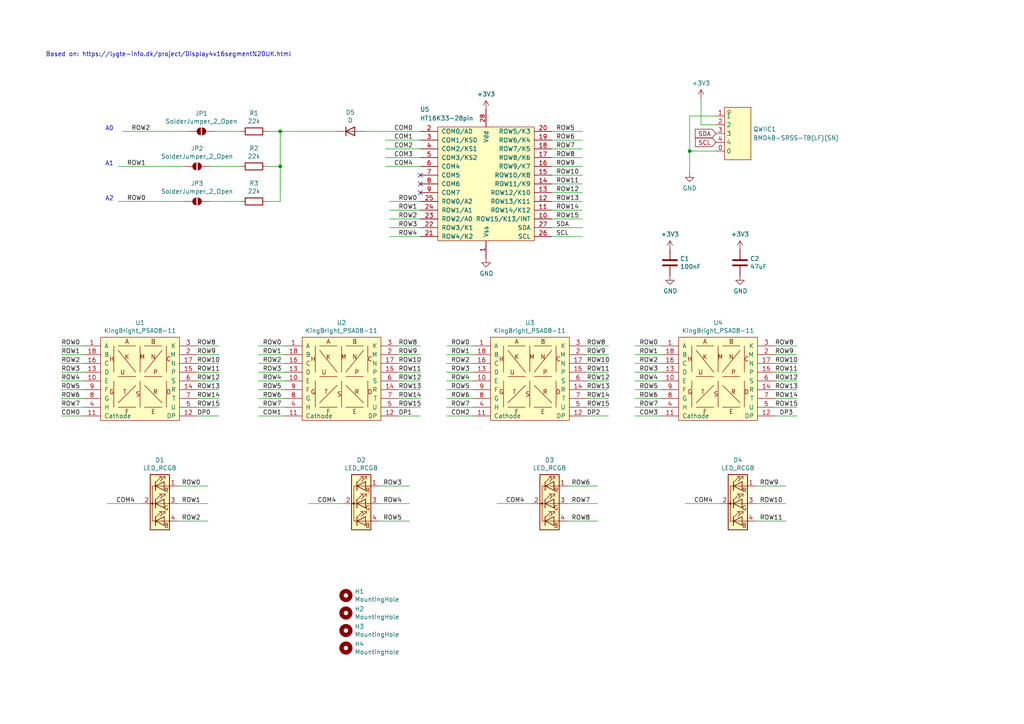
<source format=kicad_sch>
(kicad_sch (version 20250114) (generator "eeschema") (generator_version "9.0")
  (paper "A4")
  (title_block (title "HT16K33 4 digit 16 segment 0.8 inch 18pin") (date "2019-09-22") (company "HKJ") (comment 1 "Lygte-info.dk"))
  (lib_symbols
    (symbol "Device:C" (pin_numbers (hide yes)) (pin_names (offset 0.254))
      (property "Reference" "C" (at 0.635 2.54 0))
      (property "Value" "C" (at 0.635 -2.54 0))
      (symbol "C_0_1"
        (polyline (pts (xy -2.032 0.762) (xy 2.032 0.762)) (stroke (width 0.508)))
        (polyline (pts (xy -2.032 -0.762) (xy 2.032 -0.762)) (stroke (width 0.508)))
      )
      (symbol "C_1_1"
        (pin passive line (at 0 3.81 270) (length 2.794) (name "~") (number "1"))
        (pin passive line (at 0 -3.81 90) (length 2.794) (name "~") (number "2"))
      )
    )
    (symbol "Device:D" (pin_numbers (hide yes)) (pin_names (offset 1.016) (hide yes))
      (property "Reference" "D" (at 0 2.54 0))
      (property "Value" "D" (at 0 -2.54 0))
      (symbol "D_0_1"
        (polyline (pts (xy -1.27 1.27) (xy -1.27 -1.27)) (stroke (width 0.254)))
        (polyline (pts (xy 1.27 1.27) (xy 1.27 -1.27) (xy -1.27 0) (xy 1.27 1.27)) (stroke (width 0.254)))
        (polyline (pts (xy 1.27 0) (xy -1.27 0)))
      )
      (symbol "D_1_1"
        (pin passive line (at -3.81 0 0) (length 2.54) (name "K") (number "1"))
        (pin passive line (at 3.81 0 180) (length 2.54) (name "A") (number "2"))
      )
    )
    (symbol "Device:LED_RCGB" (pin_names (offset 0) (hide yes))
      (property "Reference" "D" (at 0 9.398 0))
      (property "Value" "Device_LED_RCGB" (at 0 -8.89 0))
      (symbol "LED_RCGB_0_0"
        (text "R" (at 1.905 3.81 0) (effects (font (size 1.27 1.27))))
        (text "G" (at 1.905 -1.27 0) (effects (font (size 1.27 1.27))))
        (text "B" (at 1.905 -6.35 0) (effects (font (size 1.27 1.27))))
      )
      (symbol "LED_RCGB_0_1"
        (circle (center -2.159 0) (radius 0.254) (fill (type outline)))
        (polyline (pts (xy -1.27 6.35) (xy -1.27 3.81)) (stroke (width 0.2032)))
        (polyline (pts (xy -1.27 6.35) (xy -1.27 3.81) (xy -1.27 3.81)))
        (polyline (pts (xy -1.27 5.08) (xy 1.27 5.08)))
        (polyline (pts (xy -1.27 5.08) (xy -2.159 5.08) (xy -2.159 -5.08) (xy -1.016 -5.08)))
        (polyline (pts (xy -1.27 1.27) (xy -1.27 -1.27)) (stroke (width 0.2032)))
        (polyline (pts (xy -1.27 1.27) (xy -1.27 -1.27) (xy -1.27 -1.27)))
        (polyline (pts (xy -1.27 0) (xy -2.54 0)))
        (polyline (pts (xy -1.27 0) (xy 1.27 0)))
        (polyline (pts (xy -1.27 -3.81) (xy -1.27 -6.35)))
        (polyline (pts (xy -1.27 -3.81) (xy -1.27 -6.35)) (stroke (width 0.2032)))
        (polyline (pts (xy -1.016 6.35) (xy 0.508 7.874) (xy -0.254 7.874) (xy 0.508 7.874) (xy 0.508 7.112)))
        (polyline (pts (xy -1.016 1.27) (xy 0.508 2.794) (xy -0.254 2.794) (xy 0.508 2.794) (xy 0.508 2.032)))
        (polyline (pts (xy -1.016 -3.81) (xy 0.508 -2.286) (xy -0.254 -2.286) (xy 0.508 -2.286) (xy 0.508 -3.048)))
        (polyline (pts (xy 0 6.35) (xy 1.524 7.874) (xy 0.762 7.874) (xy 1.524 7.874) (xy 1.524 7.112)))
        (polyline (pts (xy 0 1.27) (xy 1.524 2.794) (xy 0.762 2.794) (xy 1.524 2.794) (xy 1.524 2.032)))
        (polyline (pts (xy 0 -3.81) (xy 1.524 -2.286) (xy 0.762 -2.286) (xy 1.524 -2.286) (xy 1.524 -3.048)))
        (polyline (pts (xy 1.27 6.35) (xy 1.27 3.81) (xy -1.27 5.08) (xy 1.27 6.35)) (stroke (width 0.2032)))
        (rectangle (start 1.27 6.35) (end 1.27 6.35))
        (polyline (pts (xy 1.27 5.08) (xy 2.54 5.08)))
        (rectangle (start 1.27 3.81) (end 1.27 6.35))
        (polyline (pts (xy 1.27 1.27) (xy 1.27 -1.27) (xy -1.27 0) (xy 1.27 1.27)) (stroke (width 0.2032)))
        (rectangle (start 1.27 1.27) (end 1.27 1.27))
        (polyline (pts (xy 1.27 0) (xy 2.54 0)))
        (rectangle (start 1.27 -1.27) (end 1.27 1.27))
        (polyline (pts (xy 1.27 -3.81) (xy 1.27 -6.35) (xy -1.27 -5.08) (xy 1.27 -3.81)) (stroke (width 0.2032)))
        (polyline (pts (xy 1.27 -5.08) (xy -1.27 -5.08)))
        (polyline (pts (xy 1.27 -5.08) (xy 2.54 -5.08)))
        (rectangle (start 2.794 8.382) (end -2.794 -7.62) (stroke (width 0.254)) (fill (type background)))
      )
      (symbol "LED_RCGB_1_1"
        (pin passive line (at -5.08 0 0) (length 2.54) (name "K") (number "2"))
        (pin passive line (at 5.08 5.08 180) (length 2.54) (name "RA") (number "1"))
        (pin passive line (at 5.08 0 180) (length 2.54) (name "GA") (number "3"))
        (pin passive line (at 5.08 -5.08 180) (length 2.54) (name "BA") (number "4"))
      )
    )
    (symbol "Device:R" (pin_numbers (hide yes)) (pin_names (offset 0))
      (property "Reference" "R" (at 2.032 0 90))
      (property "Value" "R" (at 0 0 90))
      (symbol "R_0_1"
        (rectangle (start -1.016 -2.54) (end 1.016 2.54) (stroke (width 0.254)))
      )
      (symbol "R_1_1"
        (pin passive line (at 0 3.81 270) (length 1.27) (name "~") (number "1"))
        (pin passive line (at 0 -3.81 90) (length 1.27) (name "~") (number "2"))
      )
    )
    (symbol "Jumper:SolderJumper_2_Open" (pin_numbers (hide yes)) (pin_names (offset 0) (hide yes)) (in_bom no)
      (property "Reference" "JP" (at 0 2.032 0))
      (property "Value" "SolderJumper_2_Open" (at 0 -2.54 0))
      (symbol "SolderJumper_2_Open_0_1"
        (polyline (pts (xy -0.254 1.016) (xy -0.254 -1.016)))
        (arc (start -0.254 -1.016) (mid -1.2656 0) (end -0.254 1.016))
        (arc (start -0.254 -1.016) (mid -1.2656 0) (end -0.254 1.016) (fill (type outline)))
        (arc (start 0.254 1.016) (mid 1.2656 0) (end 0.254 -1.016))
        (arc (start 0.254 1.016) (mid 1.2656 0) (end 0.254 -1.016) (fill (type outline)))
        (polyline (pts (xy 0.254 1.016) (xy 0.254 -1.016)))
      )
      (symbol "SolderJumper_2_Open_1_1"
        (pin passive line (at -3.81 0 0) (length 2.54) (name "A") (number "1"))
        (pin passive line (at 3.81 0 180) (length 2.54) (name "B") (number "2"))
      )
    )
    (symbol "Mechanical:MountingHole" (pin_names (offset 1.016)) (in_bom no)
      (property "Reference" "H" (at 0 5.08 0))
      (property "Value" "MountingHole" (at 0 3.175 0))
      (symbol "MountingHole_0_1"
        (circle (center 0 0) (radius 1.27) (stroke (width 1.27)))
      )
    )
    (symbol "MyParts:HT16K33-28pin" (pin_names (offset 1.016))
      (property "Reference" "U" (at -12.7 17.78 0))
      (property "Value" "MyParts_HT16K33-28pin" (at -1.27 -19.05 0))
      (symbol "HT16K33-28pin_0_1"
        (rectangle (start -13.97 15.24) (end 13.97 -17.78) (fill (type background)))
      )
      (symbol "HT16K33-28pin_1_1"
        (pin output line (at -19.05 13.97 0) (length 5.08) (name "COM0/AD") (number "2"))
        (pin output line (at -19.05 11.43 0) (length 5.08) (name "COM1/KS0") (number "3"))
        (pin output line (at -19.05 8.89 0) (length 5.08) (name "COM2/KS1") (number "4"))
        (pin output line (at -19.05 6.35 0) (length 5.08) (name "COM3/KS2") (number "5"))
        (pin open_collector line (at -19.05 3.81 0) (length 5.08) (name "COM4") (number "6"))
        (pin open_collector line (at -19.05 1.27 0) (length 5.08) (name "COM5") (number "7"))
        (pin open_collector line (at -19.05 -1.27 0) (length 5.08) (name "COM6") (number "8"))
        (pin open_collector line (at -19.05 -3.81 0) (length 5.08) (name "COM7") (number "9"))
        (pin open_emitter line (at -19.05 -6.35 0) (length 5.08) (name "ROW0/A2") (number "25"))
        (pin open_emitter line (at -19.05 -8.89 0) (length 5.08) (name "ROW1/A1") (number "24"))
        (pin open_emitter line (at -19.05 -11.43 0) (length 5.08) (name "ROW2/A0") (number "23"))
        (pin open_emitter line (at -19.05 -13.97 0) (length 5.08) (name "ROW3/K1") (number "22"))
        (pin open_emitter line (at -19.05 -16.51 0) (length 5.08) (name "ROW4/K2") (number "21"))
        (pin power_in line (at 0 20.32 270) (length 5.08) (name "Vdd") (number "28"))
        (pin power_in line (at 0 -22.86 90) (length 5.08) (name "Vss") (number "1"))
        (pin open_emitter line (at 19.05 13.97 180) (length 5.08) (name "ROW5/K3") (number "20"))
        (pin open_emitter line (at 19.05 11.43 180) (length 5.08) (name "ROW6/K4") (number "19"))
        (pin open_emitter line (at 19.05 8.89 180) (length 5.08) (name "ROW7/K5") (number "18"))
        (pin open_emitter line (at 19.05 6.35 180) (length 5.08) (name "ROW8/K6") (number "17"))
        (pin open_emitter line (at 19.05 3.81 180) (length 5.08) (name "ROW9/K7") (number "16"))
        (pin open_emitter line (at 19.05 1.27 180) (length 5.08) (name "ROW10/K8") (number "15"))
        (pin open_emitter line (at 19.05 -1.27 180) (length 5.08) (name "ROW11/K9") (number "14"))
        (pin open_emitter line (at 19.05 -3.81 180) (length 5.08) (name "ROW12/K10") (number "13"))
        (pin open_emitter line (at 19.05 -6.35 180) (length 5.08) (name "ROW13/K11") (number "12"))
        (pin open_emitter line (at 19.05 -8.89 180) (length 5.08) (name "ROW14/K12") (number "11"))
        (pin output line (at 19.05 -11.43 180) (length 5.08) (name "ROW15/K13/INT") (number "10"))
        (pin input line (at 19.05 -13.97 180) (length 5.08) (name "SDA") (number "27"))
        (pin input line (at 19.05 -16.51 180) (length 5.08) (name "SCL") (number "26"))
      )
    )
    (symbol "MyParts:KingBright_PSA08-11" (pin_names (offset 1.016))
      (property "Reference" "U" (at 0 13.97 0))
      (property "Value" "MyParts_KingBright_PSA08-11" (at 1.27 -12.7 0))
      (symbol "KingBright_PSA08-11_0_0"
        (rectangle (start -11.43 12.7) (end 11.43 -11.43) (fill (type background)))
        (text "H" (at -8.255 6.35 0) (effects (font (size 1.27 1.27))))
        (text "G" (at -8.255 -3.175 0) (effects (font (size 1.27 1.27))))
        (text "U" (at -5.08 2.54 0) (effects (font (size 1.27 1.27))))
        (text "T" (at -4.445 -3.175 0) (effects (font (size 1.27 1.27))))
        (text "A" (at -3.81 11.43 0) (effects (font (size 1.27 1.27))))
        (text "K" (at -3.81 6.985 0) (effects (font (size 1.27 1.27))))
        (text "F" (at -3.81 -8.89 0) (effects (font (size 1.27 1.27))))
        (text "S" (at -0.635 -3.81 0) (effects (font (size 1.27 1.27))))
        (text "M" (at 0.635 6.985 0) (effects (font (size 1.27 1.27))))
        (text "B" (at 3.81 11.43 0) (effects (font (size 1.27 1.27))))
        (text "N" (at 3.81 6.985 0) (effects (font (size 1.27 1.27))))
        (text "E" (at 3.81 -8.89 0) (effects (font (size 1.27 1.27))))
        (text "P" (at 4.445 2.54 0) (effects (font (size 1.27 1.27))))
        (text "R" (at 4.445 -3.175 0) (effects (font (size 1.27 1.27))))
        (text "C" (at 8.255 6.35 0) (effects (font (size 1.27 1.27))))
        (text "D" (at 8.255 -3.175 0) (effects (font (size 1.27 1.27))))
      )
      (symbol "KingBright_PSA08-11_0_1"
        (polyline (pts (xy -7.62 10.16) (xy -7.62 2.54)))
        (polyline (pts (xy -7.62 0) (xy -7.62 -7.62)))
        (polyline (pts (xy -6.35 10.16) (xy -1.27 10.16)))
        (polyline (pts (xy -6.35 8.89) (xy -1.27 2.54)))
        (polyline (pts (xy -6.35 1.27) (xy -1.27 1.27)))
        (polyline (pts (xy -6.35 -6.35) (xy -1.27 -1.27)))
        (polyline (pts (xy -6.35 -7.62) (xy -1.27 -7.62)))
        (polyline (pts (xy 0 10.16) (xy 0 2.54)))
        (polyline (pts (xy 0 -7.62) (xy 0 0)))
        (polyline (pts (xy 1.27 10.16) (xy 6.35 10.16)))
        (polyline (pts (xy 1.27 1.27) (xy 6.35 1.27)))
        (polyline (pts (xy 1.27 -7.62) (xy 6.35 -7.62)))
        (polyline (pts (xy 6.35 8.89) (xy 1.27 2.54)))
        (polyline (pts (xy 6.35 -6.35) (xy 1.27 -1.27)))
        (polyline (pts (xy 7.62 10.16) (xy 7.62 2.54)))
        (polyline (pts (xy 7.62 0) (xy 7.62 -7.62)))
      )
      (symbol "KingBright_PSA08-11_1_1"
        (pin input line (at -16.51 10.16 0) (length 5.08) (name "A") (number "1"))
        (pin input line (at -16.51 7.62 0) (length 5.08) (name "B") (number "18"))
        (pin input line (at -16.51 5.08 0) (length 5.08) (name "C") (number "16"))
        (pin input line (at -16.51 2.54 0) (length 5.08) (name "D") (number "13"))
        (pin input line (at -16.51 0 0) (length 5.08) (name "E") (number "10"))
        (pin input line (at -16.51 -2.54 0) (length 5.08) (name "F") (number "9"))
        (pin input line (at -16.51 -5.08 0) (length 5.08) (name "G") (number "8"))
        (pin input line (at -16.51 -7.62 0) (length 5.08) (name "H") (number "4"))
        (pin input line (at -16.51 -10.16 0) (length 5.08) (name "Cathode") (number "11"))
        (pin input line (at 16.51 10.16 180) (length 5.08) (name "K") (number "3"))
        (pin input line (at 16.51 7.62 180) (length 5.08) (name "M") (number "2"))
        (pin input line (at 16.51 5.08 180) (length 5.08) (name "N") (number "17"))
        (pin input line (at 16.51 2.54 180) (length 5.08) (name "P") (number "15"))
        (pin input line (at 16.51 0 180) (length 5.08) (name "S") (number "6"))
        (pin input line (at 16.51 -2.54 180) (length 5.08) (name "R") (number "14"))
        (pin input line (at 16.51 -5.08 180) (length 5.08) (name "T") (number "7"))
        (pin input line (at 16.51 -7.62 180) (length 5.08) (name "U") (number "5"))
        (pin input line (at 16.51 -10.16 180) (length 5.08) (name "DP") (number "12"))
      )
    )
    (symbol "easyeda2kicad:BM04B-SRSS-TB(LF)(SN)"
      (property "Reference" "CN" (at 0 10.16 0))
      (property "Value" "BM04B-SRSS-TB(LF)(SN)" (at 0 -10.16 0))
      (symbol "BM04B-SRSS-TB(LF)(SN)_0_1"
        (rectangle (start -2.54 7.62) (end 5.08 -7.62) (fill (type background)))
        (circle (center -1.27 6.35) (radius 0.38))
        (pin unspecified line (at -5.08 5.08 0) (length 2.54) (name "1") (number "1"))
        (pin unspecified line (at -5.08 2.54 0) (length 2.54) (name "2") (number "2"))
        (pin unspecified line (at -5.08 0 0) (length 2.54) (name "3") (number "3"))
        (pin unspecified line (at -5.08 -2.54 0) (length 2.54) (name "4") (number "4"))
        (pin unspecified line (at -5.08 -5.08 0) (length 2.54) (name "0") (number "0"))
      )
    )
    (symbol "power:+3V3" (power) (pin_names (offset 0))
      (property "Value" "+3V3" (at 0 3.556 0))
      (symbol "+3V3_0_1"
        (polyline (pts (xy -0.762 1.27) (xy 0 2.54)))
        (polyline (pts (xy 0 2.54) (xy 0.762 1.27)))
        (polyline (pts (xy 0 0) (xy 0 2.54)))
      )
      (symbol "+3V3_1_1"
        (pin power_in line (at 0 0 90) (length 0) (hide yes) (name "+3V3") (number "1"))
      )
    )
    (symbol "power:GND" (power) (pin_numbers (hide yes)) (pin_names (offset 0) (hide yes))
      (property "Value" "GND" (at 0 -3.81 0))
      (symbol "GND_0_1"
        (polyline (pts (xy 0 0) (xy 0 -1.27) (xy 1.27 -1.27) (xy 0 -2.54) (xy -1.27 -1.27) (xy 0 -1.27)))
      )
      (symbol "GND_1_1"
        (pin power_in line (at 0 0 270) (length 0) (name "~") (number "1"))
      )
    )
  )
  (text "Based on: https://lygte-info.dk/project/Display4x16segment%20UK.html" (at 48.895 15.875 0) (effects (font (size 1.27 1.27))))
  (text "A2" (at 30.48 58.42 0) (effects (font (size 1.27 1.27)) (justify left bottom)))
  (text "A1" (at 30.48 48.26 0) (effects (font (size 1.27 1.27)) (justify left bottom)))
  (text "A0" (at 30.48 38.1 0) (effects (font (size 1.27 1.27)) (justify left bottom)))
  (junction (at 200.025 43.815))
  (junction (at 81.28 38.1))
  (junction (at 81.28 48.26))
  (no_connect (at 121.92 50.8))
  (no_connect (at 121.92 53.34))
  (no_connect (at 121.92 55.88))
  (wire (pts (xy 24.13 107.95) (xy 17.78 107.95)))
  (wire (pts (xy 154.305 146.05) (xy 144.145 146.05)))
  (wire (pts (xy 17.78 118.11) (xy 24.13 118.11)))
  (wire (pts (xy 203.327 36.195) (xy 207.645 36.195)))
  (wire (pts (xy 137.16 107.95) (xy 129.54 107.95)))
  (wire (pts (xy 168.91 68.58) (xy 160.02 68.58)))
  (wire (pts (xy 137.16 113.03) (xy 129.54 113.03)))
  (wire (pts (xy 191.77 120.65) (xy 184.15 120.65)))
  (wire (pts (xy 176.53 120.65) (xy 170.18 120.65)))
  (wire (pts (xy 121.92 115.57) (xy 115.57 115.57)))
  (wire (pts (xy 137.16 105.41) (xy 129.54 105.41)))
  (wire (pts (xy 17.78 120.65) (xy 24.13 120.65)))
  (wire (pts (xy 63.5 110.49) (xy 57.15 110.49)))
  (wire (pts (xy 121.92 38.1) (xy 105.41 38.1)))
  (wire (pts (xy 24.13 115.57) (xy 17.78 115.57)))
  (wire (pts (xy 121.92 105.41) (xy 115.57 105.41)))
  (wire (pts (xy 111.76 40.64) (xy 121.92 40.64)))
  (wire (pts (xy 57.15 113.03) (xy 63.5 113.03)))
  (wire (pts (xy 170.18 118.11) (xy 176.53 118.11)))
  (wire (pts (xy 191.77 105.41) (xy 184.15 105.41)))
  (wire (pts (xy 160.02 45.72) (xy 168.91 45.72)))
  (wire (pts (xy 176.53 105.41) (xy 170.18 105.41)))
  (wire (pts (xy 191.77 107.95) (xy 184.15 107.95)))
  (wire (pts (xy 24.13 100.33) (xy 17.78 100.33)))
  (wire (pts (xy 160.02 50.8) (xy 168.91 50.8)))
  (wire (pts (xy 160.02 38.1) (xy 168.91 38.1)))
  (wire (pts (xy 24.13 102.87) (xy 17.78 102.87)))
  (wire (pts (xy 173.355 146.05) (xy 164.465 146.05)))
  (wire (pts (xy 121.92 60.96) (xy 113.03 60.96)))
  (wire (pts (xy 160.02 53.34) (xy 168.91 53.34)))
  (wire (pts (xy 82.55 105.41) (xy 74.93 105.41)))
  (wire (pts (xy 164.465 140.97) (xy 173.355 140.97)))
  (wire (pts (xy 191.77 118.11) (xy 184.15 118.11)))
  (wire (pts (xy 160.02 63.5) (xy 168.91 63.5)))
  (wire (pts (xy 115.57 102.87) (xy 121.92 102.87)))
  (wire (pts (xy 160.02 40.64) (xy 168.91 40.64)))
  (wire (pts (xy 82.55 113.03) (xy 74.93 113.03)))
  (wire (pts (xy 115.57 107.95) (xy 121.92 107.95)))
  (wire (pts (xy 82.55 120.65) (xy 74.93 120.65)))
  (wire (pts (xy 219.075 151.13) (xy 227.965 151.13)))
  (wire (pts (xy 137.16 118.11) (xy 129.54 118.11)))
  (wire (pts (xy 57.15 118.11) (xy 63.5 118.11)))
  (wire (pts (xy 115.57 100.33) (xy 121.92 100.33)))
  (wire (pts (xy 137.16 100.33) (xy 129.54 100.33)))
  (wire (pts (xy 224.79 118.11) (xy 231.14 118.11)))
  (wire (pts (xy 81.28 38.1) (xy 97.79 38.1)))
  (wire (pts (xy 121.92 63.5) (xy 113.03 63.5)))
  (wire (pts (xy 121.92 48.26) (xy 111.76 48.26)))
  (wire (pts (xy 224.79 102.87) (xy 231.14 102.87)))
  (wire (pts (xy 121.92 68.58) (xy 113.03 68.58)))
  (wire (pts (xy 60.325 146.05) (xy 51.435 146.05)))
  (wire (pts (xy 69.85 58.42) (xy 60.96 58.42)))
  (wire (pts (xy 168.91 66.04) (xy 160.02 66.04)))
  (wire (pts (xy 63.5 115.57) (xy 57.15 115.57)))
  (wire (pts (xy 200.025 33.655) (xy 200.025 43.815)))
  (wire (pts (xy 82.55 118.11) (xy 74.93 118.11)))
  (wire (pts (xy 170.18 102.87) (xy 176.53 102.87)))
  (wire (pts (xy 231.14 110.49) (xy 224.79 110.49)))
  (wire (pts (xy 17.78 113.03) (xy 24.13 113.03)))
  (wire (pts (xy 208.915 146.05) (xy 198.755 146.05)))
  (wire (pts (xy 219.075 140.97) (xy 227.965 140.97)))
  (wire (pts (xy 81.28 48.26) (xy 81.28 38.1)))
  (wire (pts (xy 54.61 38.1) (xy 35.56 38.1)))
  (wire (pts (xy 82.55 110.49) (xy 74.93 110.49)))
  (wire (pts (xy 160.02 43.18) (xy 168.91 43.18)))
  (wire (pts (xy 57.15 107.95) (xy 63.5 107.95)))
  (wire (pts (xy 51.435 151.13) (xy 60.325 151.13)))
  (wire (pts (xy 82.55 100.33) (xy 74.93 100.33)))
  (wire (pts (xy 231.14 115.57) (xy 224.79 115.57)))
  (wire (pts (xy 60.96 48.26) (xy 69.85 48.26)))
  (wire (pts (xy 121.92 58.42) (xy 113.03 58.42)))
  (wire (pts (xy 121.92 45.72) (xy 111.76 45.72)))
  (wire (pts (xy 231.14 105.41) (xy 224.79 105.41)))
  (wire (pts (xy 111.76 43.18) (xy 121.92 43.18)))
  (wire (pts (xy 137.16 120.65) (xy 129.54 120.65)))
  (wire (pts (xy 82.55 107.95) (xy 74.93 107.95)))
  (wire (pts (xy 82.55 115.57) (xy 74.93 115.57)))
  (wire (pts (xy 227.965 146.05) (xy 219.075 146.05)))
  (wire (pts (xy 57.15 100.33) (xy 63.5 100.33)))
  (wire (pts (xy 191.77 102.87) (xy 184.15 102.87)))
  (wire (pts (xy 200.025 43.815) (xy 207.645 43.815)))
  (wire (pts (xy 176.53 115.57) (xy 170.18 115.57)))
  (wire (pts (xy 137.16 102.87) (xy 129.54 102.87)))
  (wire (pts (xy 53.34 48.26) (xy 34.29 48.26)))
  (wire (pts (xy 81.28 38.1) (xy 77.47 38.1)))
  (wire (pts (xy 115.57 113.03) (xy 121.92 113.03)))
  (wire (pts (xy 224.79 107.95) (xy 231.14 107.95)))
  (wire (pts (xy 63.5 105.41) (xy 57.15 105.41)))
  (wire (pts (xy 137.16 110.49) (xy 129.54 110.49)))
  (wire (pts (xy 191.77 115.57) (xy 184.15 115.57)))
  (wire (pts (xy 224.79 113.03) (xy 231.14 113.03)))
  (wire (pts (xy 224.79 100.33) (xy 231.14 100.33)))
  (wire (pts (xy 176.53 110.49) (xy 170.18 110.49)))
  (wire (pts (xy 191.77 113.03) (xy 184.15 113.03)))
  (wire (pts (xy 57.15 102.87) (xy 63.5 102.87)))
  (wire (pts (xy 164.465 151.13) (xy 173.355 151.13)))
  (wire (pts (xy 121.92 110.49) (xy 115.57 110.49)))
  (wire (pts (xy 41.275 146.05) (xy 31.115 146.05)))
  (wire (pts (xy 170.18 107.95) (xy 176.53 107.95)))
  (wire (pts (xy 24.13 110.49) (xy 17.78 110.49)))
  (wire (pts (xy 109.855 140.97) (xy 118.745 140.97)))
  (wire (pts (xy 121.92 66.04) (xy 113.03 66.04)))
  (wire (pts (xy 118.745 146.05) (xy 109.855 146.05)))
  (wire (pts (xy 77.47 48.26) (xy 81.28 48.26)))
  (wire (pts (xy 53.34 58.42) (xy 34.29 58.42)))
  (wire (pts (xy 81.28 58.42) (xy 81.28 48.26)))
  (wire (pts (xy 121.92 120.65) (xy 115.57 120.65)))
  (wire (pts (xy 170.18 113.03) (xy 176.53 113.03)))
  (wire (pts (xy 160.02 58.42) (xy 168.91 58.42)))
  (wire (pts (xy 99.695 146.05) (xy 89.535 146.05)))
  (wire (pts (xy 191.77 100.33) (xy 184.15 100.33)))
  (wire (pts (xy 160.02 55.88) (xy 168.91 55.88)))
  (wire (pts (xy 115.57 118.11) (xy 121.92 118.11)))
  (wire (pts (xy 109.855 151.13) (xy 118.745 151.13)))
  (wire (pts (xy 200.025 43.815) (xy 200.025 50.165)))
  (wire (pts (xy 82.55 102.87) (xy 74.93 102.87)))
  (wire (pts (xy 51.435 140.97) (xy 60.325 140.97)))
  (wire (pts (xy 203.327 28.575) (xy 203.327 36.195)))
  (wire (pts (xy 77.47 58.42) (xy 81.28 58.42)))
  (wire (pts (xy 170.18 100.33) (xy 176.53 100.33)))
  (wire (pts (xy 63.5 120.65) (xy 57.15 120.65)))
  (wire (pts (xy 224.79 120.65) (xy 231.14 120.65)))
  (wire (pts (xy 160.02 60.96) (xy 168.91 60.96)))
  (wire (pts (xy 200.025 33.655) (xy 207.645 33.655)))
  (wire (pts (xy 17.78 105.41) (xy 24.13 105.41)))
  (wire (pts (xy 62.23 38.1) (xy 69.85 38.1)))
  (wire (pts (xy 191.77 110.49) (xy 184.15 110.49)))
  (wire (pts (xy 160.02 48.26) (xy 168.91 48.26)))
  (wire (pts (xy 137.16 115.57) (xy 129.54 115.57)))
  (label "SDA" (at 161.29 66.04 0))
  (label "ROW10" (at 115.57 105.41 0))
  (label "ROW11" (at 161.29 53.34 0))
  (label "ROW14" (at 161.29 60.96 0))
  (label "COM4" (at 146.685 146.05 0))
  (label "ROW9" (at 220.345 140.97 0))
  (label "COM2" (at 130.81 120.65 0))
  (label "ROW3" (at 76.2 107.95 0))
  (label "ROW12" (at 161.29 55.88 0))
  (label "ROW0" (at 52.705 140.97 0))
  (label "ROW3" (at 111.125 140.97 0))
  (label "ROW2" (at 130.81 105.41 0))
  (label "ROW10" (at 161.29 50.8 0))
  (label "ROW10" (at 224.79 105.41 0))
  (label "ROW5" (at 130.81 113.03 0))
  (label "ROW0" (at 115.57 58.42 0))
  (label "ROW13" (at 161.29 58.42 0))
  (label "SCL" (at 161.29 68.58 0))
  (label "ROW1" (at 17.78 102.87 0))
  (label "ROW1" (at 36.83 48.26 0))
  (label "COM3" (at 114.3 45.72 0))
  (label "ROW1" (at 185.42 102.87 0))
  (label "ROW9" (at 170.18 102.87 0))
  (label "ROW3" (at 115.57 66.04 0))
  (label "ROW10" (at 57.15 105.41 0))
  (label "ROW11" (at 170.18 107.95 0))
  (label "ROW4" (at 76.2 110.49 0))
  (label "ROW15" (at 115.57 118.11 0))
  (label "ROW10" (at 170.18 105.41 0))
  (label "DP0" (at 57.15 120.65 0))
  (label "ROW0" (at 185.42 100.33 0))
  (label "ROW2" (at 38.1 38.1 0))
  (label "ROW8" (at 170.18 100.33 0))
  (label "ROW4" (at 130.81 110.49 0))
  (label "COM4" (at 33.655 146.05 0))
  (label "ROW14" (at 170.18 115.57 0))
  (label "ROW2" (at 76.2 105.41 0))
  (label "ROW6" (at 130.81 115.57 0))
  (label "COM2" (at 114.3 43.18 0))
  (label "ROW11" (at 57.15 107.95 0))
  (label "COM4" (at 114.3 48.26 0))
  (label "COM4" (at 201.295 146.05 0))
  (label "ROW11" (at 115.57 107.95 0))
  (label "ROW8" (at 57.15 100.33 0))
  (label "ROW5" (at 111.125 151.13 0))
  (label "ROW8" (at 165.735 151.13 0))
  (label "ROW0" (at 130.81 100.33 0))
  (label "ROW0" (at 76.2 100.33 0))
  (label "ROW6" (at 161.29 40.64 0))
  (label "DP1" (at 115.57 120.65 0))
  (label "ROW12" (at 115.57 110.49 0))
  (label "ROW5" (at 161.29 38.1 0))
  (label "ROW3" (at 185.42 107.95 0))
  (label "ROW1" (at 115.57 60.96 0))
  (label "COM4" (at 92.075 146.05 0))
  (label "ROW14" (at 115.57 115.57 0))
  (label "ROW6" (at 76.2 115.57 0))
  (label "ROW6" (at 165.735 140.97 0))
  (label "DP3" (at 226.06 120.65 0))
  (label "ROW2" (at 17.78 105.41 0))
  (label "ROW4" (at 185.42 110.49 0))
  (label "COM0" (at 114.3 38.1 0))
  (label "COM1" (at 114.3 40.64 0))
  (label "ROW1" (at 130.81 102.87 0))
  (label "ROW13" (at 170.18 113.03 0))
  (label "ROW13" (at 115.57 113.03 0))
  (label "ROW7" (at 17.78 118.11 0))
  (label "ROW4" (at 17.78 110.49 0))
  (label "ROW15" (at 57.15 118.11 0))
  (label "ROW8" (at 115.57 100.33 0))
  (label "ROW0" (at 17.78 100.33 0))
  (label "ROW10" (at 220.345 146.05 0))
  (label "ROW12" (at 170.18 110.49 0))
  (label "ROW9" (at 161.29 48.26 0))
  (label "ROW9" (at 224.79 102.87 0))
  (label "ROW12" (at 57.15 110.49 0))
  (label "ROW12" (at 224.79 110.49 0))
  (label "ROW8" (at 161.29 45.72 0))
  (label "ROW7" (at 130.81 118.11 0))
  (label "ROW9" (at 57.15 102.87 0))
  (label "ROW2" (at 52.705 151.13 0))
  (label "ROW5" (at 185.42 113.03 0))
  (label "ROW14" (at 57.15 115.57 0))
  (label "ROW7" (at 185.42 118.11 0))
  (label "ROW2" (at 185.42 105.41 0))
  (label "ROW6" (at 17.78 115.57 0))
  (label "ROW13" (at 224.79 113.03 0))
  (label "ROW9" (at 115.57 102.87 0))
  (label "COM1" (at 76.2 120.65 0))
  (label "ROW7" (at 161.29 43.18 0))
  (label "COM3" (at 185.42 120.65 0))
  (label "ROW5" (at 76.2 113.03 0))
  (label "ROW5" (at 17.78 113.03 0))
  (label "ROW15" (at 170.18 118.11 0))
  (label "ROW11" (at 220.345 151.13 0))
  (label "ROW0" (at 36.83 58.42 0))
  (label "ROW1" (at 76.2 102.87 0))
  (label "ROW4" (at 111.125 146.05 0))
  (label "ROW6" (at 185.42 115.57 0))
  (label "ROW11" (at 224.79 107.95 0))
  (label "ROW3" (at 17.78 107.95 0))
  (label "DP2" (at 170.18 120.65 0))
  (label "ROW14" (at 224.79 115.57 0))
  (label "ROW13" (at 57.15 113.03 0))
  (label "ROW8" (at 224.79 100.33 0))
  (label "ROW7" (at 165.735 146.05 0))
  (label "COM0" (at 17.78 120.65 0))
  (label "ROW4" (at 115.57 68.58 0))
  (label "ROW1" (at 52.705 146.05 0))
  (label "ROW7" (at 76.2 118.11 0))
  (label "ROW3" (at 130.81 107.95 0))
  (label "ROW15" (at 161.29 63.5 0))
  (label "ROW15" (at 224.79 118.11 0))
  (label "ROW2" (at 115.57 63.5 0))
  (global_label "SDA" (shape input) (at 207.645 38.735 180) (property "Intersheetrefs" "${INTERSHEET_REFS}" (effects (hide yes))))
  (global_label "SCL" (shape input) (at 207.645 41.275 180) (property "Intersheetrefs" "${INTERSHEET_REFS}" (effects (hide yes))))
  (symbol (lib_id "MyParts:HT16K33-28pin") (at 140.97 52.07 0) (unit 1)
    (property "Reference" "U5" (at 123.19 31.75 0))
    (property "Value" "HT16K33-28pin" (at 129.54 34.29 0))
    (property "Footprint" "Package_SO:SOIC-28W_7.5x18.7mm_P1.27mm" (effects (hide yes)))
  )
  (symbol (lib_id "Jumper:SolderJumper_2_Open") (at 58.42 38.1 0) (unit 1)
    (property "Reference" "JP1" (at 58.42 32.893 0))
    (property "Value" "SolderJumper_2_Open" (at 58.42 35.2044 0))
    (property "Footprint" "Jumper:SolderJumper-2_P1.3mm_Open_RoundedPad1.0x1.5mm" (effects (hide yes)))
  )
  (symbol (lib_id "Jumper:SolderJumper_2_Open") (at 57.15 48.26 0) (unit 1)
    (property "Reference" "JP2" (at 57.15 43.053 0))
    (property "Value" "SolderJumper_2_Open" (at 57.15 45.3644 0))
    (property "Footprint" "Jumper:SolderJumper-2_P1.3mm_Open_RoundedPad1.0x1.5mm" (effects (hide yes)))
  )
  (symbol (lib_id "Jumper:SolderJumper_2_Open") (at 57.15 58.42 0) (unit 1)
    (property "Reference" "JP3" (at 57.15 53.213 0))
    (property "Value" "SolderJumper_2_Open" (at 57.15 55.5244 0))
    (property "Footprint" "Jumper:SolderJumper-2_P1.3mm_Open_RoundedPad1.0x1.5mm" (effects (hide yes)))
  )
  (symbol (lib_id "Device:R") (at 73.66 38.1 270) (unit 1)
    (property "Reference" "R1" (at 73.66 32.8422 90))
    (property "Value" "22k" (at 73.66 35.1536 90))
    (property "Footprint" "Resistor_SMD:R_0603_1608Metric" (effects (hide yes)))
  )
  (symbol (lib_id "Device:LED_RCGB") (at 46.355 146.05 0) (unit 1)
    (property "Reference" "D1" (at 46.355 133.4262 0))
    (property "Value" "LED_RCGB" (at 46.355 135.7376 0))
    (property "Footprint" "Display_Other:KAA-3528RGBS-11" (effects (hide yes)))
    (property "MF" "Kingbright" (effects (hide yes)))
    (property "MP" "KAA-3528RGBS-11" (effects (hide yes)))
  )
  (symbol (lib_id "power:GND") (at 140.97 74.93 0) (unit 1)
    (property "Reference" "#PWR0101" (effects (hide yes)))
    (property "Value" "GND" (at 141.097 79.3242 0))
  )
  (symbol (lib_id "power:GND") (at 194.31 80.01 0) (unit 1)
    (property "Reference" "#PWR0102" (effects (hide yes)))
    (property "Value" "GND" (at 194.437 84.4042 0))
  )
  (symbol (lib_id "Device:C") (at 194.31 76.2 0) (unit 1)
    (property "Reference" "C1" (at 197.231 75.0316 0) (effects (justify left)))
    (property "Value" "100nF" (at 197.231 77.343 0) (effects (justify left)))
    (property "Footprint" "Capacitor_SMD:C_0603_1608Metric" (effects (hide yes)))
  )
  (symbol (lib_id "Device:C") (at 214.63 76.2 0) (unit 1)
    (property "Reference" "C2" (at 217.551 75.0316 0) (effects (justify left)))
    (property "Value" "47uF" (at 217.551 77.343 0) (effects (justify left)))
    (property "Footprint" "Capacitor_SMD:C_0603_1608Metric" (effects (hide yes)))
  )
  (symbol (lib_id "power:GND") (at 214.63 80.01 0) (unit 1)
    (property "Reference" "#PWR0105" (effects (hide yes)))
    (property "Value" "GND" (at 214.757 84.4042 0))
  )
  (symbol (lib_id "Device:R") (at 73.66 48.26 270) (unit 1)
    (property "Reference" "R2" (at 73.66 43.0022 90))
    (property "Value" "22k" (at 73.66 45.3136 90))
    (property "Footprint" "Resistor_SMD:R_0603_1608Metric" (effects (hide yes)))
  )
  (symbol (lib_id "Device:R") (at 73.66 58.42 270) (unit 1)
    (property "Reference" "R3" (at 73.66 53.1622 90))
    (property "Value" "22k" (at 73.66 55.4736 90))
    (property "Footprint" "Resistor_SMD:R_0603_1608Metric" (effects (hide yes)))
  )
  (symbol (lib_id "MyParts:KingBright_PSA08-11") (at 40.64 110.49 0) (unit 1)
    (property "Reference" "U1" (at 40.64 93.599 0))
    (property "Value" "KingBright_PSA08-11" (at 40.64 95.9104 0))
    (property "Footprint" "Display_Other:DIP-18_600_ELL" (effects (hide yes)))
  )
  (symbol (lib_id "MyParts:KingBright_PSA08-11") (at 99.06 110.49 0) (unit 1)
    (property "Reference" "U2" (at 99.06 93.599 0))
    (property "Value" "KingBright_PSA08-11" (at 99.06 95.9104 0))
    (property "Footprint" "Display_Other:DIP-18_600_ELL" (effects (hide yes)))
  )
  (symbol (lib_id "MyParts:KingBright_PSA08-11") (at 153.67 110.49 0) (unit 1)
    (property "Reference" "U3" (at 153.67 93.599 0))
    (property "Value" "KingBright_PSA08-11" (at 153.67 95.9104 0))
    (property "Footprint" "Display_Other:DIP-18_600_ELL" (effects (hide yes)))
  )
  (symbol (lib_id "Mechanical:MountingHole") (at 100.33 177.8 0) (unit 1)
    (property "Reference" "H2" (at 102.87 176.6316 0) (effects (justify left)))
    (property "Value" "MountingHole" (at 102.87 178.943 0) (effects (justify left)))
    (property "Footprint" "MountingHole:MountingHole_2.2mm_M2" (effects (hide yes)))
  )
  (symbol (lib_id "Mechanical:MountingHole") (at 100.33 182.88 0) (unit 1)
    (property "Reference" "H3" (at 102.87 181.7116 0) (effects (justify left)))
    (property "Value" "MountingHole" (at 102.87 184.023 0) (effects (justify left)))
    (property "Footprint" "MountingHole:MountingHole_2.2mm_M2" (effects (hide yes)))
  )
  (symbol (lib_id "Mechanical:MountingHole") (at 100.33 172.72 0) (unit 1)
    (property "Reference" "H1" (at 102.87 171.5516 0) (effects (justify left)))
    (property "Value" "MountingHole" (at 102.87 173.863 0) (effects (justify left)))
    (property "Footprint" "MountingHole:MountingHole_2.2mm_M2" (effects (hide yes)))
  )
  (symbol (lib_id "Mechanical:MountingHole") (at 100.33 187.96 0) (unit 1)
    (property "Reference" "H4" (at 102.87 186.7916 0) (effects (justify left)))
    (property "Value" "MountingHole" (at 102.87 189.103 0) (effects (justify left)))
    (property "Footprint" "MountingHole:MountingHole_2.2mm_M2" (effects (hide yes)))
  )
  (symbol (lib_id "MyParts:KingBright_PSA08-11") (at 208.28 110.49 0) (unit 1)
    (property "Reference" "U4" (at 208.28 93.599 0))
    (property "Value" "KingBright_PSA08-11" (at 208.28 95.9104 0))
    (property "Footprint" "Display_Other:DIP-18_600_ELL" (effects (hide yes)))
  )
  (symbol (lib_id "Device:D") (at 101.6 38.1 0) (unit 1)
    (property "Reference" "D5" (at 101.6 32.6136 0))
    (property "Value" "D" (at 101.6 34.925 0))
    (property "Footprint" "Diode_SMD:D_SOD-323" (effects (hide yes)))
  )
  (symbol (lib_id "power:+3V3") (at 214.63 72.39 0) (unit 1)
    (property "Reference" "#PWR04" (effects (hide yes)))
    (property "Value" "+3V3" (at 214.63 67.945 0))
  )
  (symbol (lib_id "power:+3V3") (at 203.327 28.575 0) (unit 1)
    (property "Reference" "#PWR07" (effects (hide yes)))
    (property "Value" "+3V3" (at 203.327 24.13 0))
  )
  (symbol (lib_id "easyeda2kicad:BM04B-SRSS-TB(LF)(SN)") (at 212.725 38.735 0) (unit 1)
    (property "Reference" "QWIIC1" (at 218.44 37.4649 0) (effects (justify left)))
    (property "Value" "BM04B-SRSS-TB(LF)(SN)" (at 218.44 40.0049 0) (effects (justify left)))
    (property "Footprint" "easyeda2kicad:CONN-SMD_BM04B-SRSS-TB" (effects (hide yes)))
    (property "Datasheet" "https://lcsc.com/product-detail/Others_JST-Sales-America__JST-Sales-America-BM04B-SRSS-TB-LF-SN_C160390.html" (effects (hide yes)))
    (property "LCSC Part" "C160390" (effects (hide yes)))
  )
  (symbol (lib_id "Device:LED_RCGB") (at 213.995 146.05 0) (unit 1)
    (property "Reference" "D4" (at 213.995 133.4262 0))
    (property "Value" "LED_RCGB" (at 213.995 135.7376 0))
    (property "Footprint" "Display_Other:KAA-3528RGBS-11" (effects (hide yes)))
    (property "MF" "Kingbright" (effects (hide yes)))
    (property "MP" "KAA-3528RGBS-11" (effects (hide yes)))
  )
  (symbol (lib_id "power:GND") (at 200.025 50.165 0) (unit 1)
    (property "Reference" "#PWR06" (effects (hide yes)))
    (property "Value" "GND" (at 200.025 54.61 0))
  )
  (symbol (lib_id "Device:LED_RCGB") (at 104.775 146.05 0) (unit 1)
    (property "Reference" "D2" (at 104.775 133.4262 0))
    (property "Value" "LED_RCGB" (at 104.775 135.7376 0))
    (property "Footprint" "Display_Other:KAA-3528RGBS-11" (effects (hide yes)))
    (property "MF" "Kingbright" (effects (hide yes)))
    (property "MP" "KAA-3528RGBS-11" (effects (hide yes)))
  )
  (symbol (lib_id "Device:LED_RCGB") (at 159.385 146.05 0) (unit 1)
    (property "Reference" "D3" (at 159.385 133.4262 0))
    (property "Value" "LED_RCGB" (at 159.385 135.7376 0))
    (property "Footprint" "Display_Other:KAA-3528RGBS-11" (effects (hide yes)))
    (property "MF" "Kingbright" (effects (hide yes)))
    (property "MP" "KAA-3528RGBS-11" (effects (hide yes)))
  )
  (symbol (lib_id "power:+3V3") (at 194.31 72.39 0) (unit 1)
    (property "Reference" "#PWR05" (effects (hide yes)))
    (property "Value" "+3V3" (at 194.31 67.945 0))
  )
  (symbol (lib_id "power:+3V3") (at 140.97 31.75 0) (unit 1)
    (property "Reference" "#PWR03" (effects (hide yes)))
    (property "Value" "+3V3" (at 140.97 27.305 0))
  )
)
</source>
